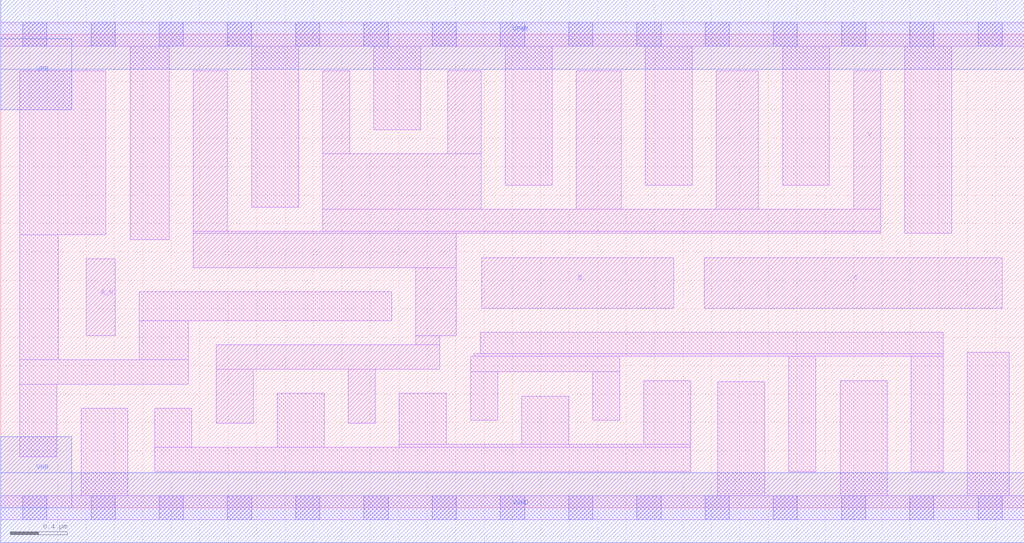
<source format=lef>
# Copyright 2020 The SkyWater PDK Authors
#
# Licensed under the Apache License, Version 2.0 (the "License");
# you may not use this file except in compliance with the License.
# You may obtain a copy of the License at
#
#     https://www.apache.org/licenses/LICENSE-2.0
#
# Unless required by applicable law or agreed to in writing, software
# distributed under the License is distributed on an "AS IS" BASIS,
# WITHOUT WARRANTIES OR CONDITIONS OF ANY KIND, either express or implied.
# See the License for the specific language governing permissions and
# limitations under the License.
#
# SPDX-License-Identifier: Apache-2.0

VERSION 5.5 ;
NAMESCASESENSITIVE ON ;
BUSBITCHARS "[]" ;
DIVIDERCHAR "/" ;
MACRO sky130_fd_sc_lp__nand3b_4
  CLASS CORE ;
  SOURCE USER ;
  ORIGIN  0.000000  0.000000 ;
  SIZE  7.200000 BY  3.330000 ;
  SYMMETRY X Y R90 ;
  SITE unit ;
  PIN A_N
    ANTENNAGATEAREA  0.315000 ;
    DIRECTION INPUT ;
    USE SIGNAL ;
    PORT
      LAYER li1 ;
        RECT 0.600000 1.210000 0.805000 1.750000 ;
    END
  END A_N
  PIN B
    ANTENNAGATEAREA  1.260000 ;
    DIRECTION INPUT ;
    USE SIGNAL ;
    PORT
      LAYER li1 ;
        RECT 3.385000 1.405000 4.735000 1.760000 ;
    END
  END B
  PIN C
    ANTENNAGATEAREA  1.260000 ;
    DIRECTION INPUT ;
    USE SIGNAL ;
    PORT
      LAYER li1 ;
        RECT 4.950000 1.405000 7.045000 1.760000 ;
    END
  END C
  PIN Y
    ANTENNADIFFAREA  2.587200 ;
    DIRECTION OUTPUT ;
    USE SIGNAL ;
    PORT
      LAYER li1 ;
        RECT 1.355000 1.690000 3.205000 1.930000 ;
        RECT 1.355000 1.930000 6.190000 1.945000 ;
        RECT 1.355000 1.945000 1.595000 3.075000 ;
        RECT 1.515000 0.595000 1.775000 0.975000 ;
        RECT 1.515000 0.975000 3.090000 1.145000 ;
        RECT 2.265000 1.945000 6.190000 2.100000 ;
        RECT 2.265000 2.100000 3.380000 2.490000 ;
        RECT 2.265000 2.490000 2.455000 3.075000 ;
        RECT 2.445000 0.595000 2.635000 0.975000 ;
        RECT 2.920000 1.145000 3.090000 1.210000 ;
        RECT 2.920000 1.210000 3.205000 1.690000 ;
        RECT 3.145000 2.490000 3.380000 3.075000 ;
        RECT 4.050000 2.100000 4.365000 3.075000 ;
        RECT 5.035000 2.100000 5.330000 3.075000 ;
        RECT 6.000000 2.100000 6.190000 3.075000 ;
    END
  END Y
  PIN VGND
    DIRECTION INOUT ;
    USE GROUND ;
    PORT
      LAYER met1 ;
        RECT 0.000000 -0.245000 7.200000 0.245000 ;
    END
  END VGND
  PIN VNB
    DIRECTION INOUT ;
    USE GROUND ;
    PORT
      LAYER met1 ;
        RECT 0.000000 0.000000 0.500000 0.500000 ;
    END
  END VNB
  PIN VPB
    DIRECTION INOUT ;
    USE POWER ;
    PORT
      LAYER met1 ;
        RECT 0.000000 2.800000 0.500000 3.300000 ;
    END
  END VPB
  PIN VPWR
    DIRECTION INOUT ;
    USE POWER ;
    PORT
      LAYER met1 ;
        RECT 0.000000 3.085000 7.200000 3.575000 ;
    END
  END VPWR
  OBS
    LAYER li1 ;
      RECT 0.000000 -0.085000 7.200000 0.085000 ;
      RECT 0.000000  3.245000 7.200000 3.415000 ;
      RECT 0.135000  0.360000 0.395000 0.870000 ;
      RECT 0.135000  0.870000 1.320000 1.040000 ;
      RECT 0.135000  1.040000 0.405000 1.920000 ;
      RECT 0.135000  1.920000 0.740000 3.075000 ;
      RECT 0.565000  0.085000 0.895000 0.700000 ;
      RECT 0.910000  1.885000 1.185000 3.245000 ;
      RECT 0.975000  1.040000 1.320000 1.315000 ;
      RECT 0.975000  1.315000 2.750000 1.520000 ;
      RECT 1.085000  0.255000 4.855000 0.425000 ;
      RECT 1.085000  0.425000 1.345000 0.700000 ;
      RECT 1.765000  2.115000 2.095000 3.245000 ;
      RECT 1.945000  0.425000 2.275000 0.805000 ;
      RECT 2.625000  2.660000 2.955000 3.245000 ;
      RECT 2.805000  0.425000 4.855000 0.445000 ;
      RECT 2.805000  0.445000 3.135000 0.805000 ;
      RECT 3.305000  0.615000 3.495000 0.955000 ;
      RECT 3.305000  0.955000 4.355000 1.065000 ;
      RECT 3.330000  1.065000 6.630000 1.085000 ;
      RECT 3.375000  1.085000 6.630000 1.235000 ;
      RECT 3.550000  2.270000 3.880000 3.245000 ;
      RECT 3.665000  0.445000 3.995000 0.785000 ;
      RECT 4.165000  0.615000 4.355000 0.955000 ;
      RECT 4.525000  0.445000 4.855000 0.895000 ;
      RECT 4.535000  2.270000 4.865000 3.245000 ;
      RECT 5.045000  0.085000 5.375000 0.885000 ;
      RECT 5.500000  2.270000 5.830000 3.245000 ;
      RECT 5.545000  0.255000 5.735000 1.065000 ;
      RECT 5.905000  0.085000 6.235000 0.895000 ;
      RECT 6.360000  1.930000 6.690000 3.245000 ;
      RECT 6.405000  0.255000 6.630000 1.065000 ;
      RECT 6.800000  0.085000 7.095000 1.095000 ;
    LAYER mcon ;
      RECT 0.155000 -0.085000 0.325000 0.085000 ;
      RECT 0.155000  3.245000 0.325000 3.415000 ;
      RECT 0.635000 -0.085000 0.805000 0.085000 ;
      RECT 0.635000  3.245000 0.805000 3.415000 ;
      RECT 1.115000 -0.085000 1.285000 0.085000 ;
      RECT 1.115000  3.245000 1.285000 3.415000 ;
      RECT 1.595000 -0.085000 1.765000 0.085000 ;
      RECT 1.595000  3.245000 1.765000 3.415000 ;
      RECT 2.075000 -0.085000 2.245000 0.085000 ;
      RECT 2.075000  3.245000 2.245000 3.415000 ;
      RECT 2.555000 -0.085000 2.725000 0.085000 ;
      RECT 2.555000  3.245000 2.725000 3.415000 ;
      RECT 3.035000 -0.085000 3.205000 0.085000 ;
      RECT 3.035000  3.245000 3.205000 3.415000 ;
      RECT 3.515000 -0.085000 3.685000 0.085000 ;
      RECT 3.515000  3.245000 3.685000 3.415000 ;
      RECT 3.995000 -0.085000 4.165000 0.085000 ;
      RECT 3.995000  3.245000 4.165000 3.415000 ;
      RECT 4.475000 -0.085000 4.645000 0.085000 ;
      RECT 4.475000  3.245000 4.645000 3.415000 ;
      RECT 4.955000 -0.085000 5.125000 0.085000 ;
      RECT 4.955000  3.245000 5.125000 3.415000 ;
      RECT 5.435000 -0.085000 5.605000 0.085000 ;
      RECT 5.435000  3.245000 5.605000 3.415000 ;
      RECT 5.915000 -0.085000 6.085000 0.085000 ;
      RECT 5.915000  3.245000 6.085000 3.415000 ;
      RECT 6.395000 -0.085000 6.565000 0.085000 ;
      RECT 6.395000  3.245000 6.565000 3.415000 ;
      RECT 6.875000 -0.085000 7.045000 0.085000 ;
      RECT 6.875000  3.245000 7.045000 3.415000 ;
  END
END sky130_fd_sc_lp__nand3b_4
END LIBRARY

</source>
